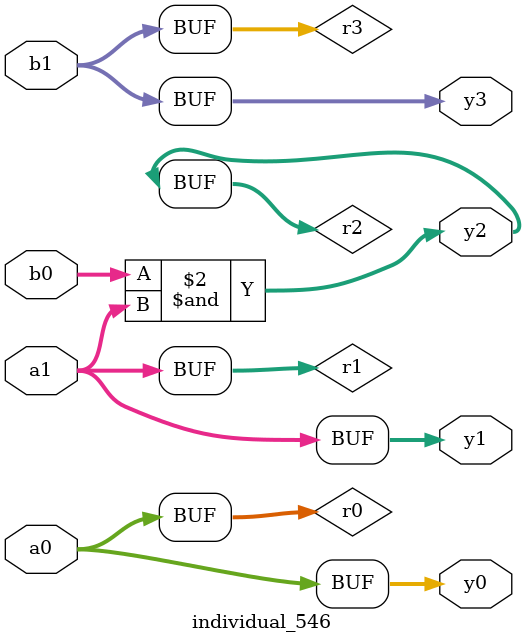
<source format=sv>
module individual_546(input logic [15:0] a1, input logic [15:0] a0, input logic [15:0] b1, input logic [15:0] b0, output logic [15:0] y3, output logic [15:0] y2, output logic [15:0] y1, output logic [15:0] y0);
logic [15:0] r0, r1, r2, r3; 
 always@(*) begin 
	 r0 = a0; r1 = a1; r2 = b0; r3 = b1; 
 	 r2  &=  r1 ;
 	 y3 = r3; y2 = r2; y1 = r1; y0 = r0; 
end
endmodule
</source>
